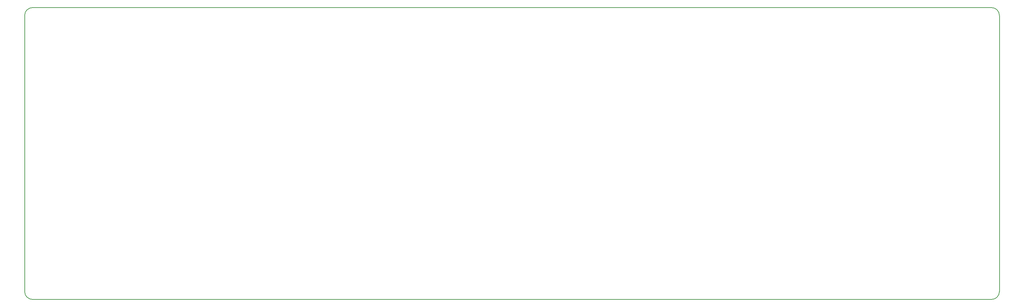
<source format=gbr>
G04 #@! TF.FileFunction,Profile,NP*
%FSLAX46Y46*%
G04 Gerber Fmt 4.6, Leading zero omitted, Abs format (unit mm)*
G04 Created by KiCad (PCBNEW 4.0.2-stable) date 2016년 11월 18일 금요일 PM 04:17:21*
%MOMM*%
G01*
G04 APERTURE LIST*
%ADD10C,0.100000*%
%ADD11C,0.150000*%
G04 APERTURE END LIST*
D10*
D11*
X24200000Y-132600000D02*
X24200000Y-61600000D01*
X26200000Y-134600000D02*
X272200000Y-134600000D01*
X274200000Y-61600000D02*
X274200000Y-132600000D01*
X26200000Y-59600000D02*
X272200000Y-59600000D01*
X274200000Y-61600000D02*
G75*
G03X272200000Y-59600000I-2000000J0D01*
G01*
X272200000Y-134600000D02*
G75*
G03X274200000Y-132600000I0J2000000D01*
G01*
X24200000Y-132600000D02*
G75*
G03X26200000Y-134600000I2000000J0D01*
G01*
X26200000Y-59600000D02*
G75*
G03X24200000Y-61600000I0J-2000000D01*
G01*
M02*

</source>
